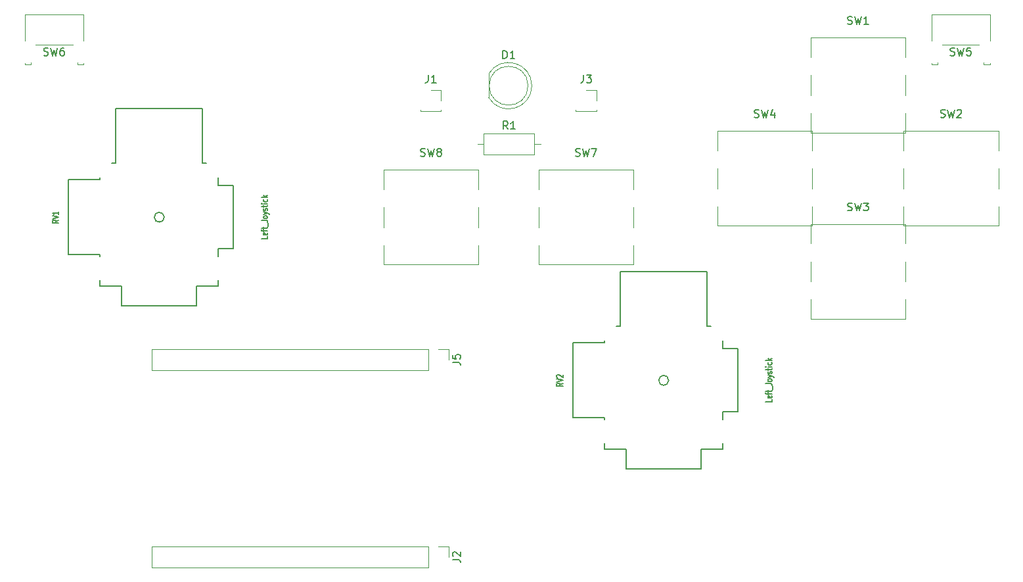
<source format=gto>
%TF.GenerationSoftware,KiCad,Pcbnew,9.0.1*%
%TF.CreationDate,2025-05-25T22:24:14+01:00*%
%TF.ProjectId,Controller,436f6e74-726f-46c6-9c65-722e6b696361,rev?*%
%TF.SameCoordinates,Original*%
%TF.FileFunction,Legend,Top*%
%TF.FilePolarity,Positive*%
%FSLAX46Y46*%
G04 Gerber Fmt 4.6, Leading zero omitted, Abs format (unit mm)*
G04 Created by KiCad (PCBNEW 9.0.1) date 2025-05-25 22:24:14*
%MOMM*%
%LPD*%
G01*
G04 APERTURE LIST*
%ADD10C,0.150000*%
%ADD11C,0.127000*%
%ADD12C,0.120000*%
%ADD13C,0.203200*%
G04 APERTURE END LIST*
D10*
X157746119Y-60127308D02*
X157888976Y-60174927D01*
X157888976Y-60174927D02*
X158127071Y-60174927D01*
X158127071Y-60174927D02*
X158222309Y-60127308D01*
X158222309Y-60127308D02*
X158269928Y-60079688D01*
X158269928Y-60079688D02*
X158317547Y-59984450D01*
X158317547Y-59984450D02*
X158317547Y-59889212D01*
X158317547Y-59889212D02*
X158269928Y-59793974D01*
X158269928Y-59793974D02*
X158222309Y-59746355D01*
X158222309Y-59746355D02*
X158127071Y-59698736D01*
X158127071Y-59698736D02*
X157936595Y-59651117D01*
X157936595Y-59651117D02*
X157841357Y-59603498D01*
X157841357Y-59603498D02*
X157793738Y-59555879D01*
X157793738Y-59555879D02*
X157746119Y-59460641D01*
X157746119Y-59460641D02*
X157746119Y-59365403D01*
X157746119Y-59365403D02*
X157793738Y-59270165D01*
X157793738Y-59270165D02*
X157841357Y-59222546D01*
X157841357Y-59222546D02*
X157936595Y-59174927D01*
X157936595Y-59174927D02*
X158174690Y-59174927D01*
X158174690Y-59174927D02*
X158317547Y-59222546D01*
X158650881Y-59174927D02*
X158888976Y-60174927D01*
X158888976Y-60174927D02*
X159079452Y-59460641D01*
X159079452Y-59460641D02*
X159269928Y-60174927D01*
X159269928Y-60174927D02*
X159508024Y-59174927D01*
X160031833Y-59603498D02*
X159936595Y-59555879D01*
X159936595Y-59555879D02*
X159888976Y-59508260D01*
X159888976Y-59508260D02*
X159841357Y-59413022D01*
X159841357Y-59413022D02*
X159841357Y-59365403D01*
X159841357Y-59365403D02*
X159888976Y-59270165D01*
X159888976Y-59270165D02*
X159936595Y-59222546D01*
X159936595Y-59222546D02*
X160031833Y-59174927D01*
X160031833Y-59174927D02*
X160222309Y-59174927D01*
X160222309Y-59174927D02*
X160317547Y-59222546D01*
X160317547Y-59222546D02*
X160365166Y-59270165D01*
X160365166Y-59270165D02*
X160412785Y-59365403D01*
X160412785Y-59365403D02*
X160412785Y-59413022D01*
X160412785Y-59413022D02*
X160365166Y-59508260D01*
X160365166Y-59508260D02*
X160317547Y-59555879D01*
X160317547Y-59555879D02*
X160222309Y-59603498D01*
X160222309Y-59603498D02*
X160031833Y-59603498D01*
X160031833Y-59603498D02*
X159936595Y-59651117D01*
X159936595Y-59651117D02*
X159888976Y-59698736D01*
X159888976Y-59698736D02*
X159841357Y-59793974D01*
X159841357Y-59793974D02*
X159841357Y-59984450D01*
X159841357Y-59984450D02*
X159888976Y-60079688D01*
X159888976Y-60079688D02*
X159936595Y-60127308D01*
X159936595Y-60127308D02*
X160031833Y-60174927D01*
X160031833Y-60174927D02*
X160222309Y-60174927D01*
X160222309Y-60174927D02*
X160317547Y-60127308D01*
X160317547Y-60127308D02*
X160365166Y-60079688D01*
X160365166Y-60079688D02*
X160412785Y-59984450D01*
X160412785Y-59984450D02*
X160412785Y-59793974D01*
X160412785Y-59793974D02*
X160365166Y-59698736D01*
X160365166Y-59698736D02*
X160317547Y-59651117D01*
X160317547Y-59651117D02*
X160222309Y-59603498D01*
X161854819Y-86693333D02*
X162569104Y-86693333D01*
X162569104Y-86693333D02*
X162711961Y-86740952D01*
X162711961Y-86740952D02*
X162807200Y-86836190D01*
X162807200Y-86836190D02*
X162854819Y-86979047D01*
X162854819Y-86979047D02*
X162854819Y-87074285D01*
X161854819Y-85740952D02*
X161854819Y-86217142D01*
X161854819Y-86217142D02*
X162331009Y-86264761D01*
X162331009Y-86264761D02*
X162283390Y-86217142D01*
X162283390Y-86217142D02*
X162235771Y-86121904D01*
X162235771Y-86121904D02*
X162235771Y-85883809D01*
X162235771Y-85883809D02*
X162283390Y-85788571D01*
X162283390Y-85788571D02*
X162331009Y-85740952D01*
X162331009Y-85740952D02*
X162426247Y-85693333D01*
X162426247Y-85693333D02*
X162664342Y-85693333D01*
X162664342Y-85693333D02*
X162759580Y-85740952D01*
X162759580Y-85740952D02*
X162807200Y-85788571D01*
X162807200Y-85788571D02*
X162854819Y-85883809D01*
X162854819Y-85883809D02*
X162854819Y-86121904D01*
X162854819Y-86121904D02*
X162807200Y-86217142D01*
X162807200Y-86217142D02*
X162759580Y-86264761D01*
X161854819Y-112093333D02*
X162569104Y-112093333D01*
X162569104Y-112093333D02*
X162711961Y-112140952D01*
X162711961Y-112140952D02*
X162807200Y-112236190D01*
X162807200Y-112236190D02*
X162854819Y-112379047D01*
X162854819Y-112379047D02*
X162854819Y-112474285D01*
X161950057Y-111664761D02*
X161902438Y-111617142D01*
X161902438Y-111617142D02*
X161854819Y-111521904D01*
X161854819Y-111521904D02*
X161854819Y-111283809D01*
X161854819Y-111283809D02*
X161902438Y-111188571D01*
X161902438Y-111188571D02*
X161950057Y-111140952D01*
X161950057Y-111140952D02*
X162045295Y-111093333D01*
X162045295Y-111093333D02*
X162140533Y-111093333D01*
X162140533Y-111093333D02*
X162283390Y-111140952D01*
X162283390Y-111140952D02*
X162854819Y-111712380D01*
X162854819Y-111712380D02*
X162854819Y-111093333D01*
X225996666Y-47162200D02*
X226139523Y-47209819D01*
X226139523Y-47209819D02*
X226377618Y-47209819D01*
X226377618Y-47209819D02*
X226472856Y-47162200D01*
X226472856Y-47162200D02*
X226520475Y-47114580D01*
X226520475Y-47114580D02*
X226568094Y-47019342D01*
X226568094Y-47019342D02*
X226568094Y-46924104D01*
X226568094Y-46924104D02*
X226520475Y-46828866D01*
X226520475Y-46828866D02*
X226472856Y-46781247D01*
X226472856Y-46781247D02*
X226377618Y-46733628D01*
X226377618Y-46733628D02*
X226187142Y-46686009D01*
X226187142Y-46686009D02*
X226091904Y-46638390D01*
X226091904Y-46638390D02*
X226044285Y-46590771D01*
X226044285Y-46590771D02*
X225996666Y-46495533D01*
X225996666Y-46495533D02*
X225996666Y-46400295D01*
X225996666Y-46400295D02*
X226044285Y-46305057D01*
X226044285Y-46305057D02*
X226091904Y-46257438D01*
X226091904Y-46257438D02*
X226187142Y-46209819D01*
X226187142Y-46209819D02*
X226425237Y-46209819D01*
X226425237Y-46209819D02*
X226568094Y-46257438D01*
X226901428Y-46209819D02*
X227139523Y-47209819D01*
X227139523Y-47209819D02*
X227329999Y-46495533D01*
X227329999Y-46495533D02*
X227520475Y-47209819D01*
X227520475Y-47209819D02*
X227758571Y-46209819D01*
X228615713Y-46209819D02*
X228139523Y-46209819D01*
X228139523Y-46209819D02*
X228091904Y-46686009D01*
X228091904Y-46686009D02*
X228139523Y-46638390D01*
X228139523Y-46638390D02*
X228234761Y-46590771D01*
X228234761Y-46590771D02*
X228472856Y-46590771D01*
X228472856Y-46590771D02*
X228568094Y-46638390D01*
X228568094Y-46638390D02*
X228615713Y-46686009D01*
X228615713Y-46686009D02*
X228663332Y-46781247D01*
X228663332Y-46781247D02*
X228663332Y-47019342D01*
X228663332Y-47019342D02*
X228615713Y-47114580D01*
X228615713Y-47114580D02*
X228568094Y-47162200D01*
X228568094Y-47162200D02*
X228472856Y-47209819D01*
X228472856Y-47209819D02*
X228234761Y-47209819D01*
X228234761Y-47209819D02*
X228139523Y-47162200D01*
X228139523Y-47162200D02*
X228091904Y-47114580D01*
X212760847Y-67127308D02*
X212903704Y-67174927D01*
X212903704Y-67174927D02*
X213141799Y-67174927D01*
X213141799Y-67174927D02*
X213237037Y-67127308D01*
X213237037Y-67127308D02*
X213284656Y-67079688D01*
X213284656Y-67079688D02*
X213332275Y-66984450D01*
X213332275Y-66984450D02*
X213332275Y-66889212D01*
X213332275Y-66889212D02*
X213284656Y-66793974D01*
X213284656Y-66793974D02*
X213237037Y-66746355D01*
X213237037Y-66746355D02*
X213141799Y-66698736D01*
X213141799Y-66698736D02*
X212951323Y-66651117D01*
X212951323Y-66651117D02*
X212856085Y-66603498D01*
X212856085Y-66603498D02*
X212808466Y-66555879D01*
X212808466Y-66555879D02*
X212760847Y-66460641D01*
X212760847Y-66460641D02*
X212760847Y-66365403D01*
X212760847Y-66365403D02*
X212808466Y-66270165D01*
X212808466Y-66270165D02*
X212856085Y-66222546D01*
X212856085Y-66222546D02*
X212951323Y-66174927D01*
X212951323Y-66174927D02*
X213189418Y-66174927D01*
X213189418Y-66174927D02*
X213332275Y-66222546D01*
X213665609Y-66174927D02*
X213903704Y-67174927D01*
X213903704Y-67174927D02*
X214094180Y-66460641D01*
X214094180Y-66460641D02*
X214284656Y-67174927D01*
X214284656Y-67174927D02*
X214522752Y-66174927D01*
X214808466Y-66174927D02*
X215427513Y-66174927D01*
X215427513Y-66174927D02*
X215094180Y-66555879D01*
X215094180Y-66555879D02*
X215237037Y-66555879D01*
X215237037Y-66555879D02*
X215332275Y-66603498D01*
X215332275Y-66603498D02*
X215379894Y-66651117D01*
X215379894Y-66651117D02*
X215427513Y-66746355D01*
X215427513Y-66746355D02*
X215427513Y-66984450D01*
X215427513Y-66984450D02*
X215379894Y-67079688D01*
X215379894Y-67079688D02*
X215332275Y-67127308D01*
X215332275Y-67127308D02*
X215237037Y-67174927D01*
X215237037Y-67174927D02*
X214951323Y-67174927D01*
X214951323Y-67174927D02*
X214856085Y-67127308D01*
X214856085Y-67127308D02*
X214808466Y-67079688D01*
X200760847Y-55127308D02*
X200903704Y-55174927D01*
X200903704Y-55174927D02*
X201141799Y-55174927D01*
X201141799Y-55174927D02*
X201237037Y-55127308D01*
X201237037Y-55127308D02*
X201284656Y-55079688D01*
X201284656Y-55079688D02*
X201332275Y-54984450D01*
X201332275Y-54984450D02*
X201332275Y-54889212D01*
X201332275Y-54889212D02*
X201284656Y-54793974D01*
X201284656Y-54793974D02*
X201237037Y-54746355D01*
X201237037Y-54746355D02*
X201141799Y-54698736D01*
X201141799Y-54698736D02*
X200951323Y-54651117D01*
X200951323Y-54651117D02*
X200856085Y-54603498D01*
X200856085Y-54603498D02*
X200808466Y-54555879D01*
X200808466Y-54555879D02*
X200760847Y-54460641D01*
X200760847Y-54460641D02*
X200760847Y-54365403D01*
X200760847Y-54365403D02*
X200808466Y-54270165D01*
X200808466Y-54270165D02*
X200856085Y-54222546D01*
X200856085Y-54222546D02*
X200951323Y-54174927D01*
X200951323Y-54174927D02*
X201189418Y-54174927D01*
X201189418Y-54174927D02*
X201332275Y-54222546D01*
X201665609Y-54174927D02*
X201903704Y-55174927D01*
X201903704Y-55174927D02*
X202094180Y-54460641D01*
X202094180Y-54460641D02*
X202284656Y-55174927D01*
X202284656Y-55174927D02*
X202522752Y-54174927D01*
X203332275Y-54508260D02*
X203332275Y-55174927D01*
X203094180Y-54127308D02*
X202856085Y-54841593D01*
X202856085Y-54841593D02*
X203475132Y-54841593D01*
D11*
X176083943Y-89382964D02*
X175702990Y-89586164D01*
X176083943Y-89731307D02*
X175283943Y-89731307D01*
X175283943Y-89731307D02*
X175283943Y-89499078D01*
X175283943Y-89499078D02*
X175322038Y-89441021D01*
X175322038Y-89441021D02*
X175360133Y-89411992D01*
X175360133Y-89411992D02*
X175436324Y-89382964D01*
X175436324Y-89382964D02*
X175550609Y-89382964D01*
X175550609Y-89382964D02*
X175626800Y-89411992D01*
X175626800Y-89411992D02*
X175664895Y-89441021D01*
X175664895Y-89441021D02*
X175702990Y-89499078D01*
X175702990Y-89499078D02*
X175702990Y-89731307D01*
X175283943Y-89208792D02*
X176083943Y-89005592D01*
X176083943Y-89005592D02*
X175283943Y-88802392D01*
X175360133Y-88628221D02*
X175322038Y-88599193D01*
X175322038Y-88599193D02*
X175283943Y-88541136D01*
X175283943Y-88541136D02*
X175283943Y-88395993D01*
X175283943Y-88395993D02*
X175322038Y-88337936D01*
X175322038Y-88337936D02*
X175360133Y-88308907D01*
X175360133Y-88308907D02*
X175436324Y-88279878D01*
X175436324Y-88279878D02*
X175512514Y-88279878D01*
X175512514Y-88279878D02*
X175626800Y-88308907D01*
X175626800Y-88308907D02*
X176083943Y-88657250D01*
X176083943Y-88657250D02*
X176083943Y-88279878D01*
X203007943Y-91487536D02*
X203007943Y-91777822D01*
X203007943Y-91777822D02*
X202207943Y-91777822D01*
X202969848Y-91052107D02*
X203007943Y-91110164D01*
X203007943Y-91110164D02*
X203007943Y-91226279D01*
X203007943Y-91226279D02*
X202969848Y-91284336D01*
X202969848Y-91284336D02*
X202893657Y-91313364D01*
X202893657Y-91313364D02*
X202588895Y-91313364D01*
X202588895Y-91313364D02*
X202512705Y-91284336D01*
X202512705Y-91284336D02*
X202474609Y-91226279D01*
X202474609Y-91226279D02*
X202474609Y-91110164D01*
X202474609Y-91110164D02*
X202512705Y-91052107D01*
X202512705Y-91052107D02*
X202588895Y-91023079D01*
X202588895Y-91023079D02*
X202665086Y-91023079D01*
X202665086Y-91023079D02*
X202741276Y-91313364D01*
X202474609Y-90848907D02*
X202474609Y-90616679D01*
X203007943Y-90761822D02*
X202322228Y-90761822D01*
X202322228Y-90761822D02*
X202246038Y-90732793D01*
X202246038Y-90732793D02*
X202207943Y-90674736D01*
X202207943Y-90674736D02*
X202207943Y-90616679D01*
X202474609Y-90500564D02*
X202474609Y-90268336D01*
X202207943Y-90413479D02*
X202893657Y-90413479D01*
X202893657Y-90413479D02*
X202969848Y-90384450D01*
X202969848Y-90384450D02*
X203007943Y-90326393D01*
X203007943Y-90326393D02*
X203007943Y-90268336D01*
X203084133Y-90210279D02*
X203084133Y-89745821D01*
X202207943Y-89426507D02*
X202779371Y-89426507D01*
X202779371Y-89426507D02*
X202893657Y-89455536D01*
X202893657Y-89455536D02*
X202969848Y-89513593D01*
X202969848Y-89513593D02*
X203007943Y-89600679D01*
X203007943Y-89600679D02*
X203007943Y-89658736D01*
X203007943Y-89049136D02*
X202969848Y-89107193D01*
X202969848Y-89107193D02*
X202931752Y-89136222D01*
X202931752Y-89136222D02*
X202855562Y-89165250D01*
X202855562Y-89165250D02*
X202626990Y-89165250D01*
X202626990Y-89165250D02*
X202550800Y-89136222D01*
X202550800Y-89136222D02*
X202512705Y-89107193D01*
X202512705Y-89107193D02*
X202474609Y-89049136D01*
X202474609Y-89049136D02*
X202474609Y-88962050D01*
X202474609Y-88962050D02*
X202512705Y-88903993D01*
X202512705Y-88903993D02*
X202550800Y-88874965D01*
X202550800Y-88874965D02*
X202626990Y-88845936D01*
X202626990Y-88845936D02*
X202855562Y-88845936D01*
X202855562Y-88845936D02*
X202931752Y-88874965D01*
X202931752Y-88874965D02*
X202969848Y-88903993D01*
X202969848Y-88903993D02*
X203007943Y-88962050D01*
X203007943Y-88962050D02*
X203007943Y-89049136D01*
X202474609Y-88642736D02*
X203007943Y-88497593D01*
X202474609Y-88352450D02*
X203007943Y-88497593D01*
X203007943Y-88497593D02*
X203198419Y-88555650D01*
X203198419Y-88555650D02*
X203236514Y-88584679D01*
X203236514Y-88584679D02*
X203274609Y-88642736D01*
X202969848Y-88149250D02*
X203007943Y-88091193D01*
X203007943Y-88091193D02*
X203007943Y-87975079D01*
X203007943Y-87975079D02*
X202969848Y-87917022D01*
X202969848Y-87917022D02*
X202893657Y-87887993D01*
X202893657Y-87887993D02*
X202855562Y-87887993D01*
X202855562Y-87887993D02*
X202779371Y-87917022D01*
X202779371Y-87917022D02*
X202741276Y-87975079D01*
X202741276Y-87975079D02*
X202741276Y-88062165D01*
X202741276Y-88062165D02*
X202703181Y-88120222D01*
X202703181Y-88120222D02*
X202626990Y-88149250D01*
X202626990Y-88149250D02*
X202588895Y-88149250D01*
X202588895Y-88149250D02*
X202512705Y-88120222D01*
X202512705Y-88120222D02*
X202474609Y-88062165D01*
X202474609Y-88062165D02*
X202474609Y-87975079D01*
X202474609Y-87975079D02*
X202512705Y-87917022D01*
X202474609Y-87713821D02*
X202474609Y-87481593D01*
X202207943Y-87626736D02*
X202893657Y-87626736D01*
X202893657Y-87626736D02*
X202969848Y-87597707D01*
X202969848Y-87597707D02*
X203007943Y-87539650D01*
X203007943Y-87539650D02*
X203007943Y-87481593D01*
X203007943Y-87278393D02*
X202474609Y-87278393D01*
X202207943Y-87278393D02*
X202246038Y-87307421D01*
X202246038Y-87307421D02*
X202284133Y-87278393D01*
X202284133Y-87278393D02*
X202246038Y-87249364D01*
X202246038Y-87249364D02*
X202207943Y-87278393D01*
X202207943Y-87278393D02*
X202284133Y-87278393D01*
X202969848Y-86726850D02*
X203007943Y-86784907D01*
X203007943Y-86784907D02*
X203007943Y-86901021D01*
X203007943Y-86901021D02*
X202969848Y-86959078D01*
X202969848Y-86959078D02*
X202931752Y-86988107D01*
X202931752Y-86988107D02*
X202855562Y-87017135D01*
X202855562Y-87017135D02*
X202626990Y-87017135D01*
X202626990Y-87017135D02*
X202550800Y-86988107D01*
X202550800Y-86988107D02*
X202512705Y-86959078D01*
X202512705Y-86959078D02*
X202474609Y-86901021D01*
X202474609Y-86901021D02*
X202474609Y-86784907D01*
X202474609Y-86784907D02*
X202512705Y-86726850D01*
X203007943Y-86465593D02*
X202207943Y-86465593D01*
X202703181Y-86407536D02*
X203007943Y-86233364D01*
X202474609Y-86233364D02*
X202779371Y-86465593D01*
D10*
X109172119Y-47162200D02*
X109314976Y-47209819D01*
X109314976Y-47209819D02*
X109553071Y-47209819D01*
X109553071Y-47209819D02*
X109648309Y-47162200D01*
X109648309Y-47162200D02*
X109695928Y-47114580D01*
X109695928Y-47114580D02*
X109743547Y-47019342D01*
X109743547Y-47019342D02*
X109743547Y-46924104D01*
X109743547Y-46924104D02*
X109695928Y-46828866D01*
X109695928Y-46828866D02*
X109648309Y-46781247D01*
X109648309Y-46781247D02*
X109553071Y-46733628D01*
X109553071Y-46733628D02*
X109362595Y-46686009D01*
X109362595Y-46686009D02*
X109267357Y-46638390D01*
X109267357Y-46638390D02*
X109219738Y-46590771D01*
X109219738Y-46590771D02*
X109172119Y-46495533D01*
X109172119Y-46495533D02*
X109172119Y-46400295D01*
X109172119Y-46400295D02*
X109219738Y-46305057D01*
X109219738Y-46305057D02*
X109267357Y-46257438D01*
X109267357Y-46257438D02*
X109362595Y-46209819D01*
X109362595Y-46209819D02*
X109600690Y-46209819D01*
X109600690Y-46209819D02*
X109743547Y-46257438D01*
X110076881Y-46209819D02*
X110314976Y-47209819D01*
X110314976Y-47209819D02*
X110505452Y-46495533D01*
X110505452Y-46495533D02*
X110695928Y-47209819D01*
X110695928Y-47209819D02*
X110934024Y-46209819D01*
X111743547Y-46209819D02*
X111553071Y-46209819D01*
X111553071Y-46209819D02*
X111457833Y-46257438D01*
X111457833Y-46257438D02*
X111410214Y-46305057D01*
X111410214Y-46305057D02*
X111314976Y-46447914D01*
X111314976Y-46447914D02*
X111267357Y-46638390D01*
X111267357Y-46638390D02*
X111267357Y-47019342D01*
X111267357Y-47019342D02*
X111314976Y-47114580D01*
X111314976Y-47114580D02*
X111362595Y-47162200D01*
X111362595Y-47162200D02*
X111457833Y-47209819D01*
X111457833Y-47209819D02*
X111648309Y-47209819D01*
X111648309Y-47209819D02*
X111743547Y-47162200D01*
X111743547Y-47162200D02*
X111791166Y-47114580D01*
X111791166Y-47114580D02*
X111838785Y-47019342D01*
X111838785Y-47019342D02*
X111838785Y-46781247D01*
X111838785Y-46781247D02*
X111791166Y-46686009D01*
X111791166Y-46686009D02*
X111743547Y-46638390D01*
X111743547Y-46638390D02*
X111648309Y-46590771D01*
X111648309Y-46590771D02*
X111457833Y-46590771D01*
X111457833Y-46590771D02*
X111362595Y-46638390D01*
X111362595Y-46638390D02*
X111314976Y-46686009D01*
X111314976Y-46686009D02*
X111267357Y-46781247D01*
X178722118Y-49704927D02*
X178722118Y-50419212D01*
X178722118Y-50419212D02*
X178674499Y-50562069D01*
X178674499Y-50562069D02*
X178579261Y-50657308D01*
X178579261Y-50657308D02*
X178436404Y-50704927D01*
X178436404Y-50704927D02*
X178341166Y-50704927D01*
X179103071Y-49704927D02*
X179722118Y-49704927D01*
X179722118Y-49704927D02*
X179388785Y-50085879D01*
X179388785Y-50085879D02*
X179531642Y-50085879D01*
X179531642Y-50085879D02*
X179626880Y-50133498D01*
X179626880Y-50133498D02*
X179674499Y-50181117D01*
X179674499Y-50181117D02*
X179722118Y-50276355D01*
X179722118Y-50276355D02*
X179722118Y-50514450D01*
X179722118Y-50514450D02*
X179674499Y-50609688D01*
X179674499Y-50609688D02*
X179626880Y-50657308D01*
X179626880Y-50657308D02*
X179531642Y-50704927D01*
X179531642Y-50704927D02*
X179245928Y-50704927D01*
X179245928Y-50704927D02*
X179150690Y-50657308D01*
X179150690Y-50657308D02*
X179103071Y-50609688D01*
D11*
X111083943Y-68382964D02*
X110702990Y-68586164D01*
X111083943Y-68731307D02*
X110283943Y-68731307D01*
X110283943Y-68731307D02*
X110283943Y-68499078D01*
X110283943Y-68499078D02*
X110322038Y-68441021D01*
X110322038Y-68441021D02*
X110360133Y-68411992D01*
X110360133Y-68411992D02*
X110436324Y-68382964D01*
X110436324Y-68382964D02*
X110550609Y-68382964D01*
X110550609Y-68382964D02*
X110626800Y-68411992D01*
X110626800Y-68411992D02*
X110664895Y-68441021D01*
X110664895Y-68441021D02*
X110702990Y-68499078D01*
X110702990Y-68499078D02*
X110702990Y-68731307D01*
X110283943Y-68208792D02*
X111083943Y-68005592D01*
X111083943Y-68005592D02*
X110283943Y-67802392D01*
X111083943Y-67279878D02*
X111083943Y-67628221D01*
X111083943Y-67454050D02*
X110283943Y-67454050D01*
X110283943Y-67454050D02*
X110398228Y-67512107D01*
X110398228Y-67512107D02*
X110474419Y-67570164D01*
X110474419Y-67570164D02*
X110512514Y-67628221D01*
X138007943Y-70487536D02*
X138007943Y-70777822D01*
X138007943Y-70777822D02*
X137207943Y-70777822D01*
X137969848Y-70052107D02*
X138007943Y-70110164D01*
X138007943Y-70110164D02*
X138007943Y-70226279D01*
X138007943Y-70226279D02*
X137969848Y-70284336D01*
X137969848Y-70284336D02*
X137893657Y-70313364D01*
X137893657Y-70313364D02*
X137588895Y-70313364D01*
X137588895Y-70313364D02*
X137512705Y-70284336D01*
X137512705Y-70284336D02*
X137474609Y-70226279D01*
X137474609Y-70226279D02*
X137474609Y-70110164D01*
X137474609Y-70110164D02*
X137512705Y-70052107D01*
X137512705Y-70052107D02*
X137588895Y-70023079D01*
X137588895Y-70023079D02*
X137665086Y-70023079D01*
X137665086Y-70023079D02*
X137741276Y-70313364D01*
X137474609Y-69848907D02*
X137474609Y-69616679D01*
X138007943Y-69761822D02*
X137322228Y-69761822D01*
X137322228Y-69761822D02*
X137246038Y-69732793D01*
X137246038Y-69732793D02*
X137207943Y-69674736D01*
X137207943Y-69674736D02*
X137207943Y-69616679D01*
X137474609Y-69500564D02*
X137474609Y-69268336D01*
X137207943Y-69413479D02*
X137893657Y-69413479D01*
X137893657Y-69413479D02*
X137969848Y-69384450D01*
X137969848Y-69384450D02*
X138007943Y-69326393D01*
X138007943Y-69326393D02*
X138007943Y-69268336D01*
X138084133Y-69210279D02*
X138084133Y-68745821D01*
X137207943Y-68426507D02*
X137779371Y-68426507D01*
X137779371Y-68426507D02*
X137893657Y-68455536D01*
X137893657Y-68455536D02*
X137969848Y-68513593D01*
X137969848Y-68513593D02*
X138007943Y-68600679D01*
X138007943Y-68600679D02*
X138007943Y-68658736D01*
X138007943Y-68049136D02*
X137969848Y-68107193D01*
X137969848Y-68107193D02*
X137931752Y-68136222D01*
X137931752Y-68136222D02*
X137855562Y-68165250D01*
X137855562Y-68165250D02*
X137626990Y-68165250D01*
X137626990Y-68165250D02*
X137550800Y-68136222D01*
X137550800Y-68136222D02*
X137512705Y-68107193D01*
X137512705Y-68107193D02*
X137474609Y-68049136D01*
X137474609Y-68049136D02*
X137474609Y-67962050D01*
X137474609Y-67962050D02*
X137512705Y-67903993D01*
X137512705Y-67903993D02*
X137550800Y-67874965D01*
X137550800Y-67874965D02*
X137626990Y-67845936D01*
X137626990Y-67845936D02*
X137855562Y-67845936D01*
X137855562Y-67845936D02*
X137931752Y-67874965D01*
X137931752Y-67874965D02*
X137969848Y-67903993D01*
X137969848Y-67903993D02*
X138007943Y-67962050D01*
X138007943Y-67962050D02*
X138007943Y-68049136D01*
X137474609Y-67642736D02*
X138007943Y-67497593D01*
X137474609Y-67352450D02*
X138007943Y-67497593D01*
X138007943Y-67497593D02*
X138198419Y-67555650D01*
X138198419Y-67555650D02*
X138236514Y-67584679D01*
X138236514Y-67584679D02*
X138274609Y-67642736D01*
X137969848Y-67149250D02*
X138007943Y-67091193D01*
X138007943Y-67091193D02*
X138007943Y-66975079D01*
X138007943Y-66975079D02*
X137969848Y-66917022D01*
X137969848Y-66917022D02*
X137893657Y-66887993D01*
X137893657Y-66887993D02*
X137855562Y-66887993D01*
X137855562Y-66887993D02*
X137779371Y-66917022D01*
X137779371Y-66917022D02*
X137741276Y-66975079D01*
X137741276Y-66975079D02*
X137741276Y-67062165D01*
X137741276Y-67062165D02*
X137703181Y-67120222D01*
X137703181Y-67120222D02*
X137626990Y-67149250D01*
X137626990Y-67149250D02*
X137588895Y-67149250D01*
X137588895Y-67149250D02*
X137512705Y-67120222D01*
X137512705Y-67120222D02*
X137474609Y-67062165D01*
X137474609Y-67062165D02*
X137474609Y-66975079D01*
X137474609Y-66975079D02*
X137512705Y-66917022D01*
X137474609Y-66713821D02*
X137474609Y-66481593D01*
X137207943Y-66626736D02*
X137893657Y-66626736D01*
X137893657Y-66626736D02*
X137969848Y-66597707D01*
X137969848Y-66597707D02*
X138007943Y-66539650D01*
X138007943Y-66539650D02*
X138007943Y-66481593D01*
X138007943Y-66278393D02*
X137474609Y-66278393D01*
X137207943Y-66278393D02*
X137246038Y-66307421D01*
X137246038Y-66307421D02*
X137284133Y-66278393D01*
X137284133Y-66278393D02*
X137246038Y-66249364D01*
X137246038Y-66249364D02*
X137207943Y-66278393D01*
X137207943Y-66278393D02*
X137284133Y-66278393D01*
X137969848Y-65726850D02*
X138007943Y-65784907D01*
X138007943Y-65784907D02*
X138007943Y-65901021D01*
X138007943Y-65901021D02*
X137969848Y-65959078D01*
X137969848Y-65959078D02*
X137931752Y-65988107D01*
X137931752Y-65988107D02*
X137855562Y-66017135D01*
X137855562Y-66017135D02*
X137626990Y-66017135D01*
X137626990Y-66017135D02*
X137550800Y-65988107D01*
X137550800Y-65988107D02*
X137512705Y-65959078D01*
X137512705Y-65959078D02*
X137474609Y-65901021D01*
X137474609Y-65901021D02*
X137474609Y-65784907D01*
X137474609Y-65784907D02*
X137512705Y-65726850D01*
X138007943Y-65465593D02*
X137207943Y-65465593D01*
X137703181Y-65407536D02*
X138007943Y-65233364D01*
X137474609Y-65233364D02*
X137779371Y-65465593D01*
D10*
X168337634Y-47582157D02*
X168337634Y-46582157D01*
X168337634Y-46582157D02*
X168575729Y-46582157D01*
X168575729Y-46582157D02*
X168718586Y-46629776D01*
X168718586Y-46629776D02*
X168813824Y-46725014D01*
X168813824Y-46725014D02*
X168861443Y-46820252D01*
X168861443Y-46820252D02*
X168909062Y-47010728D01*
X168909062Y-47010728D02*
X168909062Y-47153585D01*
X168909062Y-47153585D02*
X168861443Y-47344061D01*
X168861443Y-47344061D02*
X168813824Y-47439299D01*
X168813824Y-47439299D02*
X168718586Y-47534538D01*
X168718586Y-47534538D02*
X168575729Y-47582157D01*
X168575729Y-47582157D02*
X168337634Y-47582157D01*
X169861443Y-47582157D02*
X169290015Y-47582157D01*
X169575729Y-47582157D02*
X169575729Y-46582157D01*
X169575729Y-46582157D02*
X169480491Y-46725014D01*
X169480491Y-46725014D02*
X169385253Y-46820252D01*
X169385253Y-46820252D02*
X169290015Y-46867871D01*
X224760847Y-55127308D02*
X224903704Y-55174927D01*
X224903704Y-55174927D02*
X225141799Y-55174927D01*
X225141799Y-55174927D02*
X225237037Y-55127308D01*
X225237037Y-55127308D02*
X225284656Y-55079688D01*
X225284656Y-55079688D02*
X225332275Y-54984450D01*
X225332275Y-54984450D02*
X225332275Y-54889212D01*
X225332275Y-54889212D02*
X225284656Y-54793974D01*
X225284656Y-54793974D02*
X225237037Y-54746355D01*
X225237037Y-54746355D02*
X225141799Y-54698736D01*
X225141799Y-54698736D02*
X224951323Y-54651117D01*
X224951323Y-54651117D02*
X224856085Y-54603498D01*
X224856085Y-54603498D02*
X224808466Y-54555879D01*
X224808466Y-54555879D02*
X224760847Y-54460641D01*
X224760847Y-54460641D02*
X224760847Y-54365403D01*
X224760847Y-54365403D02*
X224808466Y-54270165D01*
X224808466Y-54270165D02*
X224856085Y-54222546D01*
X224856085Y-54222546D02*
X224951323Y-54174927D01*
X224951323Y-54174927D02*
X225189418Y-54174927D01*
X225189418Y-54174927D02*
X225332275Y-54222546D01*
X225665609Y-54174927D02*
X225903704Y-55174927D01*
X225903704Y-55174927D02*
X226094180Y-54460641D01*
X226094180Y-54460641D02*
X226284656Y-55174927D01*
X226284656Y-55174927D02*
X226522752Y-54174927D01*
X226856085Y-54270165D02*
X226903704Y-54222546D01*
X226903704Y-54222546D02*
X226998942Y-54174927D01*
X226998942Y-54174927D02*
X227237037Y-54174927D01*
X227237037Y-54174927D02*
X227332275Y-54222546D01*
X227332275Y-54222546D02*
X227379894Y-54270165D01*
X227379894Y-54270165D02*
X227427513Y-54365403D01*
X227427513Y-54365403D02*
X227427513Y-54460641D01*
X227427513Y-54460641D02*
X227379894Y-54603498D01*
X227379894Y-54603498D02*
X226808466Y-55174927D01*
X226808466Y-55174927D02*
X227427513Y-55174927D01*
X168969062Y-56672157D02*
X168635729Y-56195966D01*
X168397634Y-56672157D02*
X168397634Y-55672157D01*
X168397634Y-55672157D02*
X168778586Y-55672157D01*
X168778586Y-55672157D02*
X168873824Y-55719776D01*
X168873824Y-55719776D02*
X168921443Y-55767395D01*
X168921443Y-55767395D02*
X168969062Y-55862633D01*
X168969062Y-55862633D02*
X168969062Y-56005490D01*
X168969062Y-56005490D02*
X168921443Y-56100728D01*
X168921443Y-56100728D02*
X168873824Y-56148347D01*
X168873824Y-56148347D02*
X168778586Y-56195966D01*
X168778586Y-56195966D02*
X168397634Y-56195966D01*
X169921443Y-56672157D02*
X169350015Y-56672157D01*
X169635729Y-56672157D02*
X169635729Y-55672157D01*
X169635729Y-55672157D02*
X169540491Y-55815014D01*
X169540491Y-55815014D02*
X169445253Y-55910252D01*
X169445253Y-55910252D02*
X169350015Y-55957871D01*
X177698119Y-60127308D02*
X177840976Y-60174927D01*
X177840976Y-60174927D02*
X178079071Y-60174927D01*
X178079071Y-60174927D02*
X178174309Y-60127308D01*
X178174309Y-60127308D02*
X178221928Y-60079688D01*
X178221928Y-60079688D02*
X178269547Y-59984450D01*
X178269547Y-59984450D02*
X178269547Y-59889212D01*
X178269547Y-59889212D02*
X178221928Y-59793974D01*
X178221928Y-59793974D02*
X178174309Y-59746355D01*
X178174309Y-59746355D02*
X178079071Y-59698736D01*
X178079071Y-59698736D02*
X177888595Y-59651117D01*
X177888595Y-59651117D02*
X177793357Y-59603498D01*
X177793357Y-59603498D02*
X177745738Y-59555879D01*
X177745738Y-59555879D02*
X177698119Y-59460641D01*
X177698119Y-59460641D02*
X177698119Y-59365403D01*
X177698119Y-59365403D02*
X177745738Y-59270165D01*
X177745738Y-59270165D02*
X177793357Y-59222546D01*
X177793357Y-59222546D02*
X177888595Y-59174927D01*
X177888595Y-59174927D02*
X178126690Y-59174927D01*
X178126690Y-59174927D02*
X178269547Y-59222546D01*
X178602881Y-59174927D02*
X178840976Y-60174927D01*
X178840976Y-60174927D02*
X179031452Y-59460641D01*
X179031452Y-59460641D02*
X179221928Y-60174927D01*
X179221928Y-60174927D02*
X179460024Y-59174927D01*
X179745738Y-59174927D02*
X180412404Y-59174927D01*
X180412404Y-59174927D02*
X179983833Y-60174927D01*
X158722118Y-49704927D02*
X158722118Y-50419212D01*
X158722118Y-50419212D02*
X158674499Y-50562069D01*
X158674499Y-50562069D02*
X158579261Y-50657308D01*
X158579261Y-50657308D02*
X158436404Y-50704927D01*
X158436404Y-50704927D02*
X158341166Y-50704927D01*
X159722118Y-50704927D02*
X159150690Y-50704927D01*
X159436404Y-50704927D02*
X159436404Y-49704927D01*
X159436404Y-49704927D02*
X159341166Y-49847784D01*
X159341166Y-49847784D02*
X159245928Y-49943022D01*
X159245928Y-49943022D02*
X159150690Y-49990641D01*
X212760847Y-43127308D02*
X212903704Y-43174927D01*
X212903704Y-43174927D02*
X213141799Y-43174927D01*
X213141799Y-43174927D02*
X213237037Y-43127308D01*
X213237037Y-43127308D02*
X213284656Y-43079688D01*
X213284656Y-43079688D02*
X213332275Y-42984450D01*
X213332275Y-42984450D02*
X213332275Y-42889212D01*
X213332275Y-42889212D02*
X213284656Y-42793974D01*
X213284656Y-42793974D02*
X213237037Y-42746355D01*
X213237037Y-42746355D02*
X213141799Y-42698736D01*
X213141799Y-42698736D02*
X212951323Y-42651117D01*
X212951323Y-42651117D02*
X212856085Y-42603498D01*
X212856085Y-42603498D02*
X212808466Y-42555879D01*
X212808466Y-42555879D02*
X212760847Y-42460641D01*
X212760847Y-42460641D02*
X212760847Y-42365403D01*
X212760847Y-42365403D02*
X212808466Y-42270165D01*
X212808466Y-42270165D02*
X212856085Y-42222546D01*
X212856085Y-42222546D02*
X212951323Y-42174927D01*
X212951323Y-42174927D02*
X213189418Y-42174927D01*
X213189418Y-42174927D02*
X213332275Y-42222546D01*
X213665609Y-42174927D02*
X213903704Y-43174927D01*
X213903704Y-43174927D02*
X214094180Y-42460641D01*
X214094180Y-42460641D02*
X214284656Y-43174927D01*
X214284656Y-43174927D02*
X214522752Y-42174927D01*
X215427513Y-43174927D02*
X214856085Y-43174927D01*
X215141799Y-43174927D02*
X215141799Y-42174927D01*
X215141799Y-42174927D02*
X215046561Y-42317784D01*
X215046561Y-42317784D02*
X214951323Y-42413022D01*
X214951323Y-42413022D02*
X214856085Y-42460641D01*
D12*
%TO.C,SW8*%
X152969452Y-61910108D02*
X152969452Y-64420108D01*
X152969452Y-61910108D02*
X165189452Y-61910108D01*
X152969452Y-66720108D02*
X152969452Y-69320108D01*
X152969452Y-71620108D02*
X152969452Y-74130108D01*
X165189452Y-61910108D02*
X165189452Y-64420108D01*
X165189452Y-66720108D02*
X165189452Y-69320108D01*
X165189452Y-71620108D02*
X165189452Y-74130108D01*
X165189452Y-74130108D02*
X152969452Y-74130108D01*
%TO.C,J5*%
X123080000Y-84980000D02*
X123080000Y-87740000D01*
X158750000Y-84980000D02*
X123080000Y-84980000D01*
X158750000Y-84980000D02*
X158750000Y-87740000D01*
X158750000Y-87740000D02*
X123080000Y-87740000D01*
X160020000Y-84980000D02*
X161400000Y-84980000D01*
X161400000Y-84980000D02*
X161400000Y-86360000D01*
%TO.C,J2*%
X123080000Y-110380000D02*
X123080000Y-113140000D01*
X158750000Y-110380000D02*
X123080000Y-110380000D01*
X158750000Y-110380000D02*
X158750000Y-113140000D01*
X158750000Y-113140000D02*
X123080000Y-113140000D01*
X160020000Y-110380000D02*
X161400000Y-110380000D01*
X161400000Y-110380000D02*
X161400000Y-111760000D01*
%TO.C,SW5*%
X223559999Y-41885000D02*
X223559999Y-45335000D01*
X223559999Y-48175000D02*
X223559999Y-48375000D01*
X224349999Y-48375000D02*
X223559999Y-48375000D01*
X224349999Y-48375000D02*
X224349999Y-48125000D01*
X224939999Y-45825000D02*
X229719999Y-45825000D01*
X230309999Y-48375000D02*
X230309999Y-48125000D01*
X231099999Y-41885000D02*
X223559999Y-41885000D01*
X231099999Y-45335000D02*
X231099999Y-41885000D01*
X231099999Y-48175000D02*
X231099999Y-48375000D01*
X231099999Y-48375000D02*
X230309999Y-48375000D01*
%TO.C,SW3*%
X207984180Y-68910108D02*
X207984180Y-71420108D01*
X207984180Y-68910108D02*
X220204180Y-68910108D01*
X207984180Y-73720108D02*
X207984180Y-76320108D01*
X207984180Y-78620108D02*
X207984180Y-81130108D01*
X220204180Y-68910108D02*
X220204180Y-71420108D01*
X220204180Y-73720108D02*
X220204180Y-76320108D01*
X220204180Y-78620108D02*
X220204180Y-81130108D01*
X220204180Y-81130108D02*
X207984180Y-81130108D01*
%TO.C,SW4*%
X195984180Y-56910108D02*
X195984180Y-59420108D01*
X195984180Y-56910108D02*
X208204180Y-56910108D01*
X195984180Y-61720108D02*
X195984180Y-64320108D01*
X195984180Y-66620108D02*
X195984180Y-69130108D01*
X208204180Y-56910108D02*
X208204180Y-59420108D01*
X208204180Y-61720108D02*
X208204180Y-64320108D01*
X208204180Y-66620108D02*
X208204180Y-69130108D01*
X208204180Y-69130108D02*
X195984180Y-69130108D01*
D13*
%TO.C,RV2*%
X177371452Y-84194108D02*
X177371452Y-93846108D01*
X181435452Y-84194108D02*
X177371452Y-84194108D01*
X181435452Y-84194108D02*
X181435452Y-83940108D01*
X181435452Y-93846108D02*
X177371452Y-93846108D01*
X181435452Y-93846108D02*
X181435452Y-94100108D01*
X181435452Y-97148108D02*
X181435452Y-97910108D01*
X183467452Y-75050108D02*
X183467452Y-82035108D01*
X183467452Y-82035108D02*
X182959452Y-82035108D01*
X184229452Y-97910108D02*
X181435452Y-97910108D01*
X184229452Y-100450108D02*
X184229452Y-97910108D01*
X193881452Y-97910108D02*
X196675452Y-97910108D01*
X193881452Y-100450108D02*
X184229452Y-100450108D01*
X193881452Y-100450108D02*
X193881452Y-97910108D01*
X194643452Y-75050108D02*
X183467452Y-75050108D01*
X194643452Y-75050108D02*
X194643452Y-82035108D01*
X195151452Y-82035108D02*
X194643452Y-82035108D01*
X196675452Y-84956108D02*
X196675452Y-83940108D01*
X196675452Y-84956108D02*
X198580452Y-84956108D01*
X196675452Y-93084108D02*
X196675452Y-94100108D01*
X196675452Y-93084108D02*
X198580452Y-93084108D01*
X196675452Y-97148108D02*
X196675452Y-97910108D01*
X198580452Y-84956108D02*
X198580452Y-93084108D01*
X189690452Y-89020108D02*
G75*
G02*
X188420452Y-89020108I-635000J0D01*
G01*
X188420452Y-89020108D02*
G75*
G02*
X189690452Y-89020108I635000J0D01*
G01*
D12*
%TO.C,SW6*%
X106735452Y-41885000D02*
X106735452Y-45335000D01*
X106735452Y-48175000D02*
X106735452Y-48375000D01*
X107525452Y-48375000D02*
X106735452Y-48375000D01*
X107525452Y-48375000D02*
X107525452Y-48125000D01*
X108115452Y-45825000D02*
X112895452Y-45825000D01*
X113485452Y-48375000D02*
X113485452Y-48125000D01*
X114275452Y-41885000D02*
X106735452Y-41885000D01*
X114275452Y-45335000D02*
X114275452Y-41885000D01*
X114275452Y-48175000D02*
X114275452Y-48375000D01*
X114275452Y-48375000D02*
X113485452Y-48375000D01*
%TO.C,J3*%
X177725452Y-54230108D02*
X177725452Y-54350108D01*
X177725452Y-54350108D02*
X180385452Y-54350108D01*
X179055452Y-51690108D02*
X180385452Y-51690108D01*
X180385452Y-51690108D02*
X180385452Y-53020108D01*
X180385452Y-54230108D02*
X180385452Y-54350108D01*
D13*
%TO.C,RV1*%
X112371452Y-63194108D02*
X112371452Y-72846108D01*
X116435452Y-63194108D02*
X112371452Y-63194108D01*
X116435452Y-63194108D02*
X116435452Y-62940108D01*
X116435452Y-72846108D02*
X112371452Y-72846108D01*
X116435452Y-72846108D02*
X116435452Y-73100108D01*
X116435452Y-76148108D02*
X116435452Y-76910108D01*
X118467452Y-54050108D02*
X118467452Y-61035108D01*
X118467452Y-61035108D02*
X117959452Y-61035108D01*
X119229452Y-76910108D02*
X116435452Y-76910108D01*
X119229452Y-79450108D02*
X119229452Y-76910108D01*
X128881452Y-76910108D02*
X131675452Y-76910108D01*
X128881452Y-79450108D02*
X119229452Y-79450108D01*
X128881452Y-79450108D02*
X128881452Y-76910108D01*
X129643452Y-54050108D02*
X118467452Y-54050108D01*
X129643452Y-54050108D02*
X129643452Y-61035108D01*
X130151452Y-61035108D02*
X129643452Y-61035108D01*
X131675452Y-63956108D02*
X131675452Y-62940108D01*
X131675452Y-63956108D02*
X133580452Y-63956108D01*
X131675452Y-72084108D02*
X131675452Y-73100108D01*
X131675452Y-72084108D02*
X133580452Y-72084108D01*
X131675452Y-76148108D02*
X131675452Y-76910108D01*
X133580452Y-63956108D02*
X133580452Y-72084108D01*
X124690452Y-68020108D02*
G75*
G02*
X123420452Y-68020108I-635000J0D01*
G01*
X123420452Y-68020108D02*
G75*
G02*
X124690452Y-68020108I635000J0D01*
G01*
D12*
%TO.C,D1*%
X166515729Y-49542338D02*
X166515729Y-52632338D01*
X166515729Y-49542508D02*
G75*
G02*
X172065729Y-51087290I2560000J-1544830D01*
G01*
X172065729Y-51087386D02*
G75*
G02*
X166515729Y-52632168I-2990000J48D01*
G01*
X171575729Y-51087338D02*
G75*
G02*
X166575729Y-51087338I-2500000J0D01*
G01*
X166575729Y-51087338D02*
G75*
G02*
X171575729Y-51087338I2500000J0D01*
G01*
%TO.C,SW2*%
X219984180Y-56910108D02*
X219984180Y-59420108D01*
X219984180Y-56910108D02*
X232204180Y-56910108D01*
X219984180Y-61720108D02*
X219984180Y-64320108D01*
X219984180Y-66620108D02*
X219984180Y-69130108D01*
X232204180Y-56910108D02*
X232204180Y-59420108D01*
X232204180Y-61720108D02*
X232204180Y-64320108D01*
X232204180Y-66620108D02*
X232204180Y-69130108D01*
X232204180Y-69130108D02*
X219984180Y-69130108D01*
%TO.C,R1*%
X165095729Y-58587338D02*
X165865729Y-58587338D01*
X165865729Y-57217338D02*
X165865729Y-59957338D01*
X165865729Y-59957338D02*
X172405729Y-59957338D01*
X172405729Y-57217338D02*
X165865729Y-57217338D01*
X172405729Y-59957338D02*
X172405729Y-57217338D01*
X173175729Y-58587338D02*
X172405729Y-58587338D01*
%TO.C,SW7*%
X172921452Y-61910108D02*
X172921452Y-64420108D01*
X172921452Y-61910108D02*
X185141452Y-61910108D01*
X172921452Y-66720108D02*
X172921452Y-69320108D01*
X172921452Y-71620108D02*
X172921452Y-74130108D01*
X185141452Y-61910108D02*
X185141452Y-64420108D01*
X185141452Y-66720108D02*
X185141452Y-69320108D01*
X185141452Y-71620108D02*
X185141452Y-74130108D01*
X185141452Y-74130108D02*
X172921452Y-74130108D01*
%TO.C,J1*%
X157725452Y-54230108D02*
X157725452Y-54350108D01*
X157725452Y-54350108D02*
X160385452Y-54350108D01*
X159055452Y-51690108D02*
X160385452Y-51690108D01*
X160385452Y-51690108D02*
X160385452Y-53020108D01*
X160385452Y-54230108D02*
X160385452Y-54350108D01*
%TO.C,SW1*%
X207984180Y-44910108D02*
X207984180Y-47420108D01*
X207984180Y-44910108D02*
X220204180Y-44910108D01*
X207984180Y-49720108D02*
X207984180Y-52320108D01*
X207984180Y-54620108D02*
X207984180Y-57130108D01*
X220204180Y-44910108D02*
X220204180Y-47420108D01*
X220204180Y-49720108D02*
X220204180Y-52320108D01*
X220204180Y-54620108D02*
X220204180Y-57130108D01*
X220204180Y-57130108D02*
X207984180Y-57130108D01*
%TD*%
M02*

</source>
